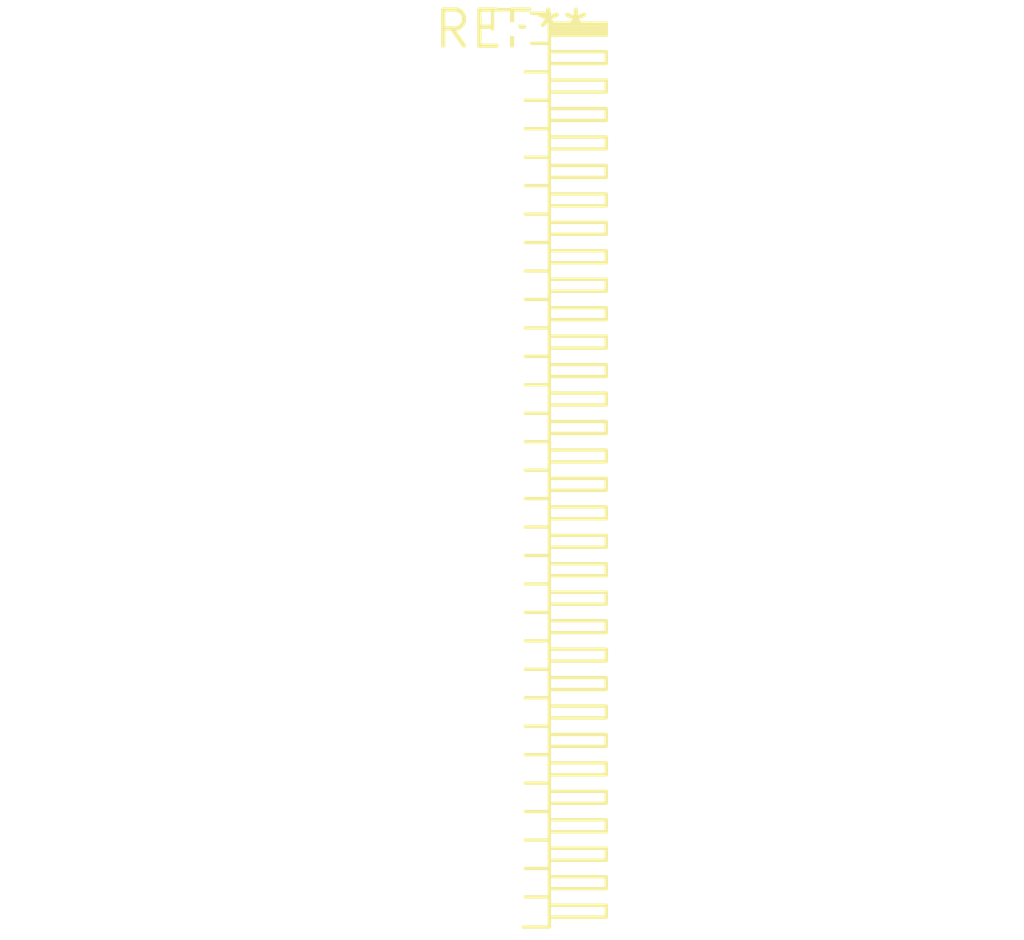
<source format=kicad_pcb>
(kicad_pcb (version 20240108) (generator pcbnew)
  (layers (0 "F.Cu" signal) (31 "B.Cu" signal) (34 "B.Paste" user) (35 "F.Paste" user) (36 "B.SilkS" user "B.Silkscreen") (37 "F.SilkS" user "F.Silkscreen") (38 "B.Mask" user) (39 "F.Mask" user) (44 "Edge.Cuts" user))
  (net 0 "")
  (footprint "PinHeader_1x32_P1.00mm_Horizontal" (layer "F.Cu") (at 0 0)
    (property "Reference" "REF**")
    (property "Value" "PinHeader_1x32_P1.00mm_Horizontal")
    (fp_line (start -0.685 -0.685) (end 0 -0.685) (layer "F.SilkS") (stroke (width 0.12)))
    (fp_line (start -0.685 0) (end -0.685 -0.685) (layer "F.SilkS") (stroke (width 0.12)))
    (fp_line (start 0.468215 1.5) (end 1.31 1.5) (layer "F.SilkS") (stroke (width 0.12)))
    (fp_line (start 0.468215 2.5) (end 1.31 2.5) (layer "F.SilkS") (stroke (width 0.12)))
    (fp_line (start 0.468215 3.5) (end 1.31 3.5) (layer "F.SilkS") (stroke (width 0.12)))
    (fp_line (start 0.468215 4.5) (end 1.31 4.5) (layer "F.SilkS") (stroke (width 0.12)))
    (fp_line (start 0.468215 5.5) (end 1.31 5.5) (layer "F.SilkS") (stroke (width 0.12)))
    (fp_line (start 0.468215 6.5) (end 1.31 6.5) (layer "F.SilkS") (stroke (width 0.12)))
    (fp_line (start 0.468215 7.5) (end 1.31 7.5) (layer "F.SilkS") (stroke (width 0.12)))
    (fp_line (start 0.468215 8.5) (end 1.31 8.5) (layer "F.SilkS") (stroke (width 0.12)))
    (fp_line (start 0.468215 9.5) (end 1.31 9.5) (layer "F.SilkS") (stroke (width 0.12)))
    (fp_line (start 0.468215 10.5) (end 1.31 10.5) (layer "F.SilkS") (stroke (width 0.12)))
    (fp_line (start 0.468215 11.5) (end 1.31 11.5) (layer "F.SilkS") (stroke (width 0.12)))
    (fp_line (start 0.468215 12.5) (end 1.31 12.5) (layer "F.SilkS") (stroke (width 0.12)))
    (fp_line (start 0.468215 13.5) (end 1.31 13.5) (layer "F.SilkS") (stroke (width 0.12)))
    (fp_line (start 0.468215 14.5) (end 1.31 14.5) (layer "F.SilkS") (stroke (width 0.12)))
    (fp_line (start 0.468215 15.5) (end 1.31 15.5) (layer "F.SilkS") (stroke (width 0.12)))
    (fp_line (start 0.468215 16.5) (end 1.31 16.5) (layer "F.SilkS") (stroke (width 0.12)))
    (fp_line (start 0.468215 17.5) (end 1.31 17.5) (layer "F.SilkS") (stroke (width 0.12)))
    (fp_line (start 0.468215 18.5) (end 1.31 18.5) (layer "F.SilkS") (stroke (width 0.12)))
    (fp_line (start 0.468215 19.5) (end 1.31 19.5) (layer "F.SilkS") (stroke (width 0.12)))
    (fp_line (start 0.468215 20.5) (end 1.31 20.5) (layer "F.SilkS") (stroke (width 0.12)))
    (fp_line (start 0.468215 21.5) (end 1.31 21.5) (layer "F.SilkS") (stroke (width 0.12)))
    (fp_line (start 0.468215 22.5) (end 1.31 22.5) (layer "F.SilkS") (stroke (width 0.12)))
    (fp_line (start 0.468215 23.5) (end 1.31 23.5) (layer "F.SilkS") (stroke (width 0.12)))
    (fp_line (start 0.468215 24.5) (end 1.31 24.5) (layer "F.SilkS") (stroke (width 0.12)))
    (fp_line (start 0.468215 25.5) (end 1.31 25.5) (layer "F.SilkS") (stroke (width 0.12)))
    (fp_line (start 0.468215 26.5) (end 1.31 26.5) (layer "F.SilkS") (stroke (width 0.12)))
    (fp_line (start 0.468215 27.5) (end 1.31 27.5) (layer "F.SilkS") (stroke (width 0.12)))
    (fp_line (start 0.468215 28.5) (end 1.31 28.5) (layer "F.SilkS") (stroke (width 0.12)))
    (fp_line (start 0.468215 29.5) (end 1.31 29.5) (layer "F.SilkS") (stroke (width 0.12)))
    (fp_line (start 0.468215 30.5) (end 1.31 30.5) (layer "F.SilkS") (stroke (width 0.12)))
    (fp_line (start 0.685 -0.56) (end 1.31 -0.56) (layer "F.SilkS") (stroke (width 0.12)))
    (fp_line (start 0.685 0.5) (end 1.31 0.5) (layer "F.SilkS") (stroke (width 0.12)))
    (fp_line (start 1.31 -0.56) (end 1.31 31.56) (layer "F.SilkS") (stroke (width 0.12)))
    (fp_line (start 1.31 -0.21) (end 3.31 -0.21) (layer "F.SilkS") (stroke (width 0.12)))
    (fp_line (start 1.31 -0.15) (end 3.31 -0.15) (layer "F.SilkS") (stroke (width 0.12)))
    (fp_line (start 1.31 -0.03) (end 3.31 -0.03) (layer "F.SilkS") (stroke (width 0.12)))
    (fp_line (start 1.31 0.09) (end 3.31 0.09) (layer "F.SilkS") (stroke (width 0.12)))
    (fp_line (start 1.31 0.79) (end 3.31 0.79) (layer "F.SilkS") (stroke (width 0.12)))
    (fp_line (start 1.31 1.79) (end 3.31 1.79) (layer "F.SilkS") (stroke (width 0.12)))
    (fp_line (start 1.31 2.79) (end 3.31 2.79) (layer "F.SilkS") (stroke (width 0.12)))
    (fp_line (start 1.31 3.79) (end 3.31 3.79) (layer "F.SilkS") (stroke (width 0.12)))
    (fp_line (start 1.31 4.79) (end 3.31 4.79) (layer "F.SilkS") (stroke (width 0.12)))
    (fp_line (start 1.31 5.79) (end 3.31 5.79) (layer "F.SilkS") (stroke (width 0.12)))
    (fp_line (start 1.31 6.79) (end 3.31 6.79) (layer "F.SilkS") (stroke (width 0.12)))
    (fp_line (start 1.31 7.79) (end 3.31 7.79) (layer "F.SilkS") (stroke (width 0.12)))
    (fp_line (start 1.31 8.79) (end 3.31 8.79) (layer "F.SilkS") (stroke (width 0.12)))
    (fp_line (start 1.31 9.79) (end 3.31 9.79) (layer "F.SilkS") (stroke (width 0.12)))
    (fp_line (start 1.31 10.79) (end 3.31 10.79) (layer "F.SilkS") (stroke (width 0.12)))
    (fp_line (start 1.31 11.79) (end 3.31 11.79) (layer "F.SilkS") (stroke (width 0.12)))
    (fp_line (start 1.31 12.79) (end 3.31 12.79) (layer "F.SilkS") (stroke (width 0.12)))
    (fp_line (start 1.31 13.79) (end 3.31 13.79) (layer "F.SilkS") (stroke (width 0.12)))
    (fp_line (start 1.31 14.79) (end 3.31 14.79) (layer "F.SilkS") (stroke (width 0.12)))
    (fp_line (start 1.31 15.79) (end 3.31 15.79) (layer "F.SilkS") (stroke (width 0.12)))
    (fp_line (start 1.31 16.79) (end 3.31 16.79) (layer "F.SilkS") (stroke (width 0.12)))
    (fp_line (start 1.31 17.79) (end 3.31 17.79) (layer "F.SilkS") (stroke (width 0.12)))
    (fp_line (start 1.31 18.79) (end 3.31 18.79) (layer "F.SilkS") (stroke (width 0.12)))
    (fp_line (start 1.31 19.79) (end 3.31 19.79) (layer "F.SilkS") (stroke (width 0.12)))
    (fp_line (start 1.31 20.79) (end 3.31 20.79) (layer "F.SilkS") (stroke (width 0.12)))
    (fp_line (start 1.31 21.79) (end 3.31 21.79) (layer "F.SilkS") (stroke (width 0.12)))
    (fp_line (start 1.31 22.79) (end 3.31 22.79) (layer "F.SilkS") (stroke (width 0.12)))
    (fp_line (start 1.31 23.79) (end 3.31 23.79) (layer "F.SilkS") (stroke (width 0.12)))
    (fp_line (start 1.31 24.79) (end 3.31 24.79) (layer "F.SilkS") (stroke (width 0.12)))
    (fp_line (start 1.31 25.79) (end 3.31 25.79) (layer "F.SilkS") (stroke (width 0.12)))
    (fp_line (start 1.31 26.79) (end 3.31 26.79) (layer "F.SilkS") (stroke (width 0.12)))
    (fp_line (start 1.31 27.79) (end 3.31 27.79) (layer "F.SilkS") (stroke (width 0.12)))
    (fp_line (start 1.31 28.79) (end 3.31 28.79) (layer "F.SilkS") (stroke (width 0.12)))
    (fp_line (start 1.31 29.79) (end 3.31 29.79) (layer "F.SilkS") (stroke (width 0.12)))
    (fp_line (start 1.31 30.79) (end 3.31 30.79) (layer "F.SilkS") (stroke (width 0.12)))
    (fp_line (start 1.31 31.56) (end 0.394493 31.56) (layer "F.SilkS") (stroke (width 0.12)))
    (fp_line (start 3.31 -0.21) (end 3.31 0.21) (layer "F.SilkS") (stroke (width 0.12)))
    (fp_line (start 3.31 0.21) (end 1.31 0.21) (layer "F.SilkS") (stroke (width 0.12)))
    (fp_line (start 3.31 0.79) (end 3.31 1.21) (layer "F.SilkS") (stroke (width 0.12)))
    (fp_line (start 3.31 1.21) (end 1.31 1.21) (layer "F.SilkS") (stroke (width 0.12)))
    (fp_line (start 3.31 1.79) (end 3.31 2.21) (layer "F.SilkS") (stroke (width 0.12)))
    (fp_line (start 3.31 2.21) (end 1.31 2.21) (layer "F.SilkS") (stroke (width 0.12)))
    (fp_line (start 3.31 2.79) (end 3.31 3.21) (layer "F.SilkS") (stroke (width 0.12)))
    (fp_line (start 3.31 3.21) (end 1.31 3.21) (layer "F.SilkS") (stroke (width 0.12)))
    (fp_line (start 3.31 3.79) (end 3.31 4.21) (layer "F.SilkS") (stroke (width 0.12)))
    (fp_line (start 3.31 4.21) (end 1.31 4.21) (layer "F.SilkS") (stroke (width 0.12)))
    (fp_line (start 3.31 4.79) (end 3.31 5.21) (layer "F.SilkS") (stroke (width 0.12)))
    (fp_line (start 3.31 5.21) (end 1.31 5.21) (layer "F.SilkS") (stroke (width 0.12)))
    (fp_line (start 3.31 5.79) (end 3.31 6.21) (layer "F.SilkS") (stroke (width 0.12)))
    (fp_line (start 3.31 6.21) (end 1.31 6.21) (layer "F.SilkS") (stroke (width 0.12)))
    (fp_line (start 3.31 6.79) (end 3.31 7.21) (layer "F.SilkS") (stroke (width 0.12)))
    (fp_line (start 3.31 7.21) (end 1.31 7.21) (layer "F.SilkS") (stroke (width 0.12)))
    (fp_line (start 3.31 7.79) (end 3.31 8.21) (layer "F.SilkS") (stroke (width 0.12)))
    (fp_line (start 3.31 8.21) (end 1.31 8.21) (layer "F.SilkS") (stroke (width 0.12)))
    (fp_line (start 3.31 8.79) (end 3.31 9.21) (layer "F.SilkS") (stroke (width 0.12)))
    (fp_line (start 3.31 9.21) (end 1.31 9.21) (layer "F.SilkS") (stroke (width 0.12)))
    (fp_line (start 3.31 9.79) (end 3.31 10.21) (layer "F.SilkS") (stroke (width 0.12)))
    (fp_line (start 3.31 10.21) (end 1.31 10.21) (layer "F.SilkS") (stroke (width 0.12)))
    (fp_line (start 3.31 10.79) (end 3.31 11.21) (layer "F.SilkS") (stroke (width 0.12)))
    (fp_line (start 3.31 11.21) (end 1.31 11.21) (layer "F.SilkS") (stroke (width 0.12)))
    (fp_line (start 3.31 11.79) (end 3.31 12.21) (layer "F.SilkS") (stroke (width 0.12)))
    (fp_line (start 3.31 12.21) (end 1.31 12.21) (layer "F.SilkS") (stroke (width 0.12)))
    (fp_line (start 3.31 12.79) (end 3.31 13.21) (layer "F.SilkS") (stroke (width 0.12)))
    (fp_line (start 3.31 13.21) (end 1.31 13.21) (layer "F.SilkS") (stroke (width 0.12)))
    (fp_line (start 3.31 13.79) (end 3.31 14.21) (layer "F.SilkS") (stroke (width 0.12)))
    (fp_line (start 3.31 14.21) (end 1.31 14.21) (layer "F.SilkS") (stroke (width 0.12)))
    (fp_line (start 3.31 14.79) (end 3.31 15.21) (layer "F.SilkS") (stroke (width 0.12)))
    (fp_line (start 3.31 15.21) (end 1.31 15.21) (layer "F.SilkS") (stroke (width 0.12)))
    (fp_line (start 3.31 15.79) (end 3.31 16.21) (layer "F.SilkS") (stroke (width 0.12)))
    (fp_line (start 3.31 16.21) (end 1.31 16.21) (layer "F.SilkS") (stroke (width 0.12)))
    (fp_line (start 3.31 16.79) (end 3.31 17.21) (layer "F.SilkS") (stroke (width 0.12)))
    (fp_line (start 3.31 17.21) (end 1.31 17.21) (layer "F.SilkS") (stroke (width 0.12)))
    (fp_line (start 3.31 17.79) (end 3.31 18.21) (layer "F.SilkS") (stroke (width 0.12)))
    (fp_line (start 3.31 18.21) (end 1.31 18.21) (layer "F.SilkS") (stroke (width 0.12)))
    (fp_line (start 3.31 18.79) (end 3.31 19.21) (layer "F.SilkS") (stroke (width 0.12)))
    (fp_line (start 3.31 19.21) (end 1.31 19.21) (layer "F.SilkS") (stroke (width 0.12)))
    (fp_line (start 3.31 19.79) (end 3.31 20.21) (layer "F.SilkS") (stroke (width 0.12)))
    (fp_line (start 3.31 20.21) (end 1.31 20.21) (layer "F.SilkS") (stroke (width 0.12)))
    (fp_line (start 3.31 20.79) (end 3.31 21.21) (layer "F.SilkS") (stroke (width 0.12)))
    (fp_line (start 3.31 21.21) (end 1.31 21.21) (layer "F.SilkS") (stroke (width 0.12)))
    (fp_line (start 3.31 21.79) (end 3.31 22.21) (layer "F.SilkS") (stroke (width 0.12)))
    (fp_line (start 3.31 22.21) (end 1.31 22.21) (layer "F.SilkS") (stroke (width 0.12)))
    (fp_line (start 3.31 22.79) (end 3.31 23.21) (layer "F.SilkS") (stroke (width 0.12)))
    (fp_line (start 3.31 23.21) (end 1.31 23.21) (layer "F.SilkS") (stroke (width 0.12)))
    (fp_line (start 3.31 23.79) (end 3.31 24.21) (layer "F.SilkS") (stroke (width 0.12)))
    (fp_line (start 3.31 24.21) (end 1.31 24.21) (layer "F.SilkS") (stroke (width 0.12)))
    (fp_line (start 3.31 24.79) (end 3.31 25.21) (layer "F.SilkS") (stroke (width 0.12)))
    (fp_line (start 3.31 25.21) (end 1.31 25.21) (layer "F.SilkS") (stroke (width 0.12)))
    (fp_line (start 3.31 25.79) (end 3.31 26.21) (layer "F.SilkS") (stroke (width 0.12)))
    (fp_line (start 3.31 26.21) (end 1.31 26.21) (layer "F.SilkS") (stroke (width 0.12)))
    (fp_line (start 3.31 26.79) (end 3.31 27.21) (layer "F.SilkS") (stroke (width 0.12)))
    (fp_line (start 3.31 27.21) (end 1.31 27.21) (layer "F.SilkS") (stroke (width 0.12)))
    (fp_line (start 3.31 27.79) (end 3.31 28.21) (layer "F.SilkS") (stroke (width 0.12)))
    (fp_line (start 3.31 28.21) (end 1.31 28.21) (layer "F.SilkS") (stroke (width 0.12)))
    (fp_line (start 3.31 28.79) (end 3.31 29.21) (layer "F.SilkS") (stroke (width 0.12)))
    (fp_line (start 3.31 29.21) (end 1.31 29.21) (layer "F.SilkS") (stroke (width 0.12)))
    (fp_line (start 3.31 29.79) (end 3.31 30.21) (layer "F.SilkS") (stroke (width 0.12)))
    (fp_line (start 3.31 30.21) (end 1.31 30.21) (layer "F.SilkS") (stroke (width 0.12)))
    (fp_line (start 3.31 30.79) (end 3.31 31.21) (layer "F.SilkS") (stroke (width 0.12)))
    (fp_line (start 3.31 31.21) (end 1.31 31.21) (layer "F.SilkS") (stroke (width 0.12)))
    (pad "1" thru_hole rect (at 0 0) (size 0.85 0.85) (drill 0.5) (layers *.Cu *.Mask) (remove_unused_layers))
    (pad "2" thru_hole oval (at 0 1) (size 0.85 0.85) (drill 0.5) (layers *.Cu *.Mask) (remove_unused_layers))
    (pad "3" thru_hole oval (at 0 2) (size 0.85 0.85) (drill 0.5) (layers *.Cu *.Mask) (remove_unused_layers))
    (pad "4" thru_hole oval (at 0 3) (size 0.85 0.85) (drill 0.5) (layers *.Cu *.Mask) (remove_unused_layers))
    (pad "5" thru_hole oval (at 0 4) (size 0.85 0.85) (drill 0.5) (layers *.Cu *.Mask) (remove_unused_layers))
    (pad "6" thru_hole oval (at 0 5) (size 0.85 0.85) (drill 0.5) (layers *.Cu *.Mask) (remove_unused_layers))
    (pad "7" thru_hole oval (at 0 6) (size 0.85 0.85) (drill 0.5) (layers *.Cu *.Mask) (remove_unused_layers))
    (pad "8" thru_hole oval (at 0 7) (size 0.85 0.85) (drill 0.5) (layers *.Cu *.Mask) (remove_unused_layers))
    (pad "9" thru_hole oval (at 0 8) (size 0.85 0.85) (drill 0.5) (layers *.Cu *.Mask) (remove_unused_layers))
    (pad "10" thru_hole oval (at 0 9) (size 0.85 0.85) (drill 0.5) (layers *.Cu *.Mask) (remove_unused_layers))
    (pad "11" thru_hole oval (at 0 10) (size 0.85 0.85) (drill 0.5) (layers *.Cu *.Mask) (remove_unused_layers))
    (pad "12" thru_hole oval (at 0 11) (size 0.85 0.85) (drill 0.5) (layers *.Cu *.Mask) (remove_unused_layers))
    (pad "13" thru_hole oval (at 0 12) (size 0.85 0.85) (drill 0.5) (layers *.Cu *.Mask) (remove_unused_layers))
    (pad "14" thru_hole oval (at 0 13) (size 0.85 0.85) (drill 0.5) (layers *.Cu *.Mask) (remove_unused_layers))
    (pad "15" thru_hole oval (at 0 14) (size 0.85 0.85) (drill 0.5) (layers *.Cu *.Mask) (remove_unused_layers))
    (pad "16" thru_hole oval (at 0 15) (size 0.85 0.85) (drill 0.5) (layers *.Cu *.Mask) (remove_unused_layers))
    (pad "17" thru_hole oval (at 0 16) (size 0.85 0.85) (drill 0.5) (layers *.Cu *.Mask) (remove_unused_layers))
    (pad "18" thru_hole oval (at 0 17) (size 0.85 0.85) (drill 0.5) (layers *.Cu *.Mask) (remove_unused_layers))
    (pad "19" thru_hole oval (at 0 18) (size 0.85 0.85) (drill 0.5) (layers *.Cu *.Mask) (remove_unused_layers))
    (pad "20" thru_hole oval (at 0 19) (size 0.85 0.85) (drill 0.5) (layers *.Cu *.Mask) (remove_unused_layers))
    (pad "21" thru_hole oval (at 0 20) (size 0.85 0.85) (drill 0.5) (layers *.Cu *.Mask) (remove_unused_layers))
    (pad "22" thru_hole oval (at 0 21) (size 0.85 0.85) (drill 0.5) (layers *.Cu *.Mask) (remove_unused_layers))
    (pad "23" thru_hole oval (at 0 22) (size 0.85 0.85) (drill 0.5) (layers *.Cu *.Mask) (remove_unused_layers))
    (pad "24" thru_hole oval (at 0 23) (size 0.85 0.85) (drill 0.5) (layers *.Cu *.Mask) (remove_unused_layers))
    (pad "25" thru_hole oval (at 0 24) (size 0.85 0.85) (drill 0.5) (layers *.Cu *.Mask) (remove_unused_layers))
    (pad "26" thru_hole oval (at 0 25) (size 0.85 0.85) (drill 0.5) (layers *.Cu *.Mask) (remove_unused_layers))
    (pad "27" thru_hole oval (at 0 26) (size 0.85 0.85) (drill 0.5) (layers *.Cu *.Mask) (remove_unused_layers))
    (pad "28" thru_hole oval (at 0 27) (size 0.85 0.85) (drill 0.5) (layers *.Cu *.Mask) (remove_unused_layers))
    (pad "29" thru_hole oval (at 0 28) (size 0.85 0.85) (drill 0.5) (layers *.Cu *.Mask) (remove_unused_layers))
    (pad "30" thru_hole oval (at 0 29) (size 0.85 0.85) (drill 0.5) (layers *.Cu *.Mask) (remove_unused_layers))
    (pad "31" thru_hole oval (at 0 30) (size 0.85 0.85) (drill 0.5) (layers *.Cu *.Mask) (remove_unused_layers))
    (pad "32" thru_hole oval (at 0 31) (size 0.85 0.85) (drill 0.5) (layers *.Cu *.Mask) (remove_unused_layers))
  )
)
</source>
